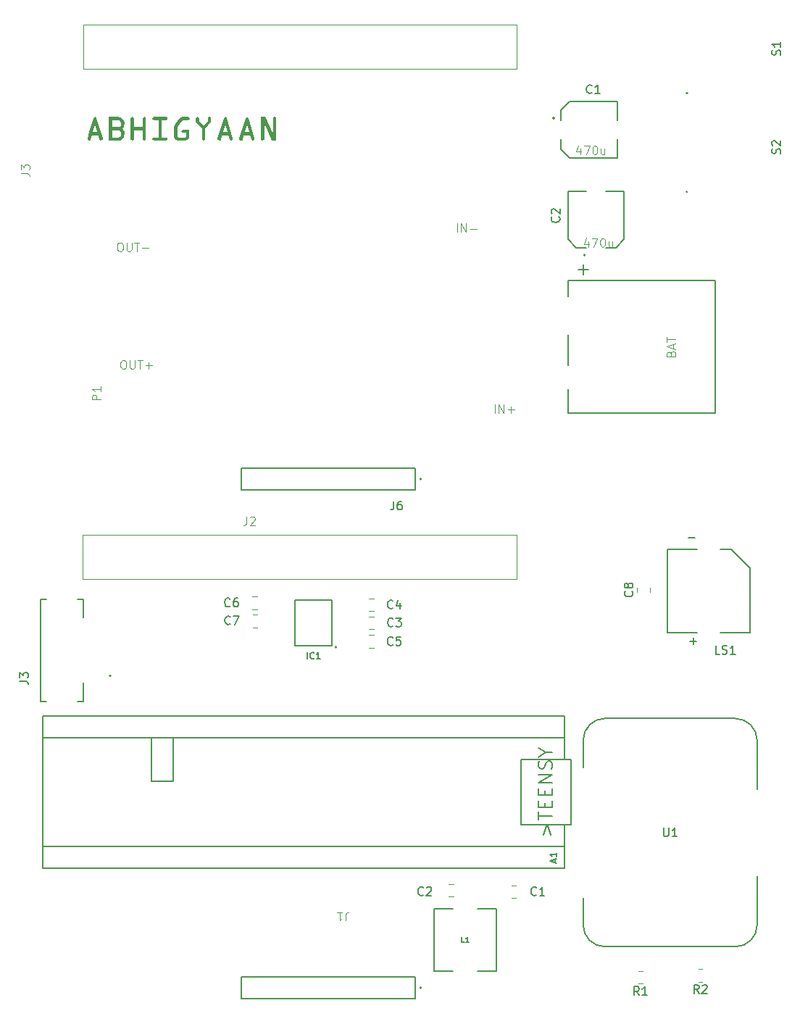
<source format=gbr>
%TF.GenerationSoftware,KiCad,Pcbnew,8.0.8*%
%TF.CreationDate,2026-02-11T18:54:27+05:30*%
%TF.ProjectId,Final_Integration,46696e61-6c5f-4496-9e74-656772617469,rev?*%
%TF.SameCoordinates,Original*%
%TF.FileFunction,Legend,Top*%
%TF.FilePolarity,Positive*%
%FSLAX46Y46*%
G04 Gerber Fmt 4.6, Leading zero omitted, Abs format (unit mm)*
G04 Created by KiCad (PCBNEW 8.0.8) date 2026-02-11 18:54:27*
%MOMM*%
%LPD*%
G01*
G04 APERTURE LIST*
%ADD10C,0.600000*%
%ADD11C,0.100000*%
%ADD12C,0.150000*%
%ADD13C,0.200000*%
%ADD14C,0.127000*%
%ADD15C,0.120000*%
%ADD16C,0.203200*%
G04 APERTURE END LIST*
D10*
G36*
X69173860Y-63449450D02*
G01*
X69217480Y-63529375D01*
X69908443Y-65910743D01*
X69917236Y-65968628D01*
X69860816Y-66107847D01*
X69731123Y-66165000D01*
X69587663Y-66113595D01*
X69534752Y-66019187D01*
X69399930Y-65555369D01*
X68645952Y-65555369D01*
X68498674Y-66050694D01*
X68438590Y-66129829D01*
X68325017Y-66165000D01*
X68185690Y-66109988D01*
X68182135Y-66106381D01*
X68126502Y-65969428D01*
X68126448Y-65964232D01*
X68137438Y-65894623D01*
X68351159Y-65180212D01*
X68764654Y-65180212D01*
X69284891Y-65180212D01*
X69029169Y-64301671D01*
X68764654Y-65180212D01*
X68351159Y-65180212D01*
X68838660Y-63550624D01*
X68923281Y-63427388D01*
X69034298Y-63398217D01*
X69173860Y-63449450D01*
G37*
G36*
X71896274Y-63414561D02*
G01*
X72042269Y-63463595D01*
X72174585Y-63545319D01*
X72242184Y-63604846D01*
X72343839Y-63727798D01*
X72412225Y-63864198D01*
X72447343Y-64014043D01*
X72452477Y-64103101D01*
X72452477Y-64245983D01*
X72438326Y-64394544D01*
X72388577Y-64545472D01*
X72303009Y-64679244D01*
X72226064Y-64758893D01*
X72325119Y-64870955D01*
X72402728Y-65012680D01*
X72444517Y-65170982D01*
X72452477Y-65285725D01*
X72452477Y-65439598D01*
X72435842Y-65600682D01*
X72385939Y-65748435D01*
X72302766Y-65882857D01*
X72242184Y-65951775D01*
X72117467Y-66054848D01*
X71979071Y-66124187D01*
X71826997Y-66159794D01*
X71736601Y-66165000D01*
X70653628Y-66165000D01*
X70653628Y-65789842D01*
X71050767Y-65789842D01*
X71727808Y-65789842D01*
X71870548Y-65754195D01*
X71954221Y-65688726D01*
X72032429Y-65562219D01*
X72050942Y-65446193D01*
X72050942Y-65293785D01*
X72020802Y-65145433D01*
X71955687Y-65048321D01*
X71829398Y-64962669D01*
X71727808Y-64945739D01*
X71050767Y-64945739D01*
X71050767Y-65789842D01*
X70653628Y-65789842D01*
X70653628Y-64570582D01*
X71046371Y-64570582D01*
X71727808Y-64570582D01*
X71871160Y-64537001D01*
X71954954Y-64475327D01*
X72035100Y-64347910D01*
X72050942Y-64245251D01*
X72050942Y-64102369D01*
X72017361Y-63955088D01*
X71955687Y-63870094D01*
X71829398Y-63789336D01*
X71727808Y-63773374D01*
X71046371Y-63773374D01*
X71046371Y-64570582D01*
X70653628Y-64570582D01*
X70653628Y-63398217D01*
X71736601Y-63398217D01*
X71896274Y-63414561D01*
G37*
G36*
X73188869Y-65969361D02*
G01*
X73188869Y-63593855D01*
X73246022Y-63456835D01*
X73385240Y-63398217D01*
X73522993Y-63456102D01*
X73581612Y-63591657D01*
X73581612Y-64570582D01*
X74589846Y-64570582D01*
X74589846Y-63591657D01*
X74646999Y-63456102D01*
X74786217Y-63398217D01*
X74925436Y-63456835D01*
X74983265Y-63592368D01*
X74983321Y-63597519D01*
X74983321Y-65969361D01*
X74923237Y-66107114D01*
X74786217Y-66165000D01*
X74649087Y-66110675D01*
X74645533Y-66107114D01*
X74589900Y-65970849D01*
X74589846Y-65965697D01*
X74589846Y-64945739D01*
X73586008Y-64945739D01*
X73586008Y-65965697D01*
X73530308Y-66101918D01*
X73526657Y-66105648D01*
X73390347Y-66164942D01*
X73385240Y-66165000D01*
X73247487Y-66108579D01*
X73188869Y-65969361D01*
G37*
G36*
X75924877Y-63398217D02*
G01*
X77326587Y-63398217D01*
X77463607Y-63453171D01*
X77522958Y-63583597D01*
X77464340Y-63717686D01*
X77326587Y-63773374D01*
X76826133Y-63773374D01*
X76826133Y-65789842D01*
X77326587Y-65789842D01*
X77465073Y-65844797D01*
X77522958Y-65977421D01*
X77464340Y-66110778D01*
X77326587Y-66165000D01*
X75924877Y-66165000D01*
X75785659Y-66110778D01*
X75728506Y-65977421D01*
X75785659Y-65844797D01*
X75924877Y-65789842D01*
X76432658Y-65789842D01*
X76432658Y-63773374D01*
X75924877Y-63773374D01*
X75785659Y-63718419D01*
X75728506Y-63587993D01*
X75785659Y-63453171D01*
X75924877Y-63398217D01*
G37*
G36*
X79294696Y-63398217D02*
G01*
X79869888Y-63398217D01*
X80008374Y-63452438D01*
X80066259Y-63583597D01*
X80003977Y-63719884D01*
X79869888Y-63773374D01*
X79321807Y-63773374D01*
X79199441Y-63839319D01*
X78712909Y-64461406D01*
X78659189Y-64603211D01*
X78656489Y-64655579D01*
X78656489Y-65632306D01*
X78700453Y-65744413D01*
X78805966Y-65789842D01*
X79510851Y-65789842D01*
X79615631Y-65744413D01*
X79660327Y-65635237D01*
X79660327Y-65274002D01*
X79325471Y-65274002D01*
X79185519Y-65219780D01*
X79129099Y-65086423D01*
X79185519Y-64953799D01*
X79325471Y-64898845D01*
X80053803Y-64898845D01*
X80053803Y-65630840D01*
X80031340Y-65787289D01*
X79963952Y-65925809D01*
X79894068Y-66008196D01*
X79777048Y-66097470D01*
X79631813Y-66152596D01*
X79510851Y-66165000D01*
X78805966Y-66165000D01*
X78658517Y-66146298D01*
X78515239Y-66083237D01*
X78419818Y-66006730D01*
X78328458Y-65889970D01*
X78272044Y-65745611D01*
X78259351Y-65625711D01*
X78259351Y-64673164D01*
X78273304Y-64516171D01*
X78315164Y-64374921D01*
X78393442Y-64237727D01*
X78402233Y-64226200D01*
X78913677Y-63577735D01*
X79027571Y-63476481D01*
X79077076Y-63449508D01*
X79218401Y-63404277D01*
X79294696Y-63398217D01*
G37*
G36*
X81901011Y-64796263D02*
G01*
X81901011Y-65962766D01*
X81845999Y-66102647D01*
X81842393Y-66106381D01*
X81703907Y-66165000D01*
X81565446Y-66109988D01*
X81561758Y-66106381D01*
X81503197Y-65969428D01*
X81503140Y-65964232D01*
X81503140Y-64804323D01*
X80807048Y-63971943D01*
X80807048Y-63598251D01*
X80860684Y-63460478D01*
X80864200Y-63456835D01*
X81003419Y-63398217D01*
X81141148Y-63459417D01*
X81144836Y-63463429D01*
X81203665Y-63600885D01*
X81204187Y-63617302D01*
X81204187Y-63870094D01*
X81700244Y-64463604D01*
X82204361Y-63863499D01*
X82204361Y-63612906D01*
X82255237Y-63470754D01*
X82262247Y-63462697D01*
X82395717Y-63398279D01*
X82400732Y-63398217D01*
X82537020Y-63453171D01*
X82596869Y-63587037D01*
X82597103Y-63598251D01*
X82597103Y-63967547D01*
X81901011Y-64796263D01*
G37*
G36*
X84385305Y-63449450D02*
G01*
X84428925Y-63529375D01*
X85119888Y-65910743D01*
X85128681Y-65968628D01*
X85072260Y-66107847D01*
X84942568Y-66165000D01*
X84799107Y-66113595D01*
X84746196Y-66019187D01*
X84611374Y-65555369D01*
X83857397Y-65555369D01*
X83710118Y-66050694D01*
X83650034Y-66129829D01*
X83536461Y-66165000D01*
X83397135Y-66109988D01*
X83393579Y-66106381D01*
X83337946Y-65969428D01*
X83337892Y-65964232D01*
X83348883Y-65894623D01*
X83562603Y-65180212D01*
X83976099Y-65180212D01*
X84496336Y-65180212D01*
X84240614Y-64301671D01*
X83976099Y-65180212D01*
X83562603Y-65180212D01*
X84050104Y-63550624D01*
X84134726Y-63427388D01*
X84245743Y-63398217D01*
X84385305Y-63449450D01*
G37*
G36*
X86920545Y-63449450D02*
G01*
X86964166Y-63529375D01*
X87655129Y-65910743D01*
X87663921Y-65968628D01*
X87607501Y-66107847D01*
X87477808Y-66165000D01*
X87334348Y-66113595D01*
X87281437Y-66019187D01*
X87146615Y-65555369D01*
X86392637Y-65555369D01*
X86245359Y-66050694D01*
X86185275Y-66129829D01*
X86071702Y-66165000D01*
X85932376Y-66109988D01*
X85928820Y-66106381D01*
X85873187Y-65969428D01*
X85873133Y-65964232D01*
X85884124Y-65894623D01*
X86097844Y-65180212D01*
X86511339Y-65180212D01*
X87031577Y-65180212D01*
X86775854Y-64301671D01*
X86511339Y-65180212D01*
X86097844Y-65180212D01*
X86585345Y-63550624D01*
X86669966Y-63427388D01*
X86780983Y-63398217D01*
X86920545Y-63449450D01*
G37*
G36*
X90199162Y-63597519D02*
G01*
X90199162Y-66165000D01*
X89694312Y-66165000D01*
X88801849Y-64142669D01*
X88801849Y-65970094D01*
X88743963Y-66107847D01*
X88604745Y-66165000D01*
X88465526Y-66107847D01*
X88408374Y-65969361D01*
X88408374Y-63398217D01*
X88906629Y-63398217D01*
X89801290Y-65421280D01*
X89801290Y-63597519D01*
X89856990Y-63461298D01*
X89860642Y-63457568D01*
X89996996Y-63398274D01*
X90002058Y-63398217D01*
X90141277Y-63456835D01*
X90199106Y-63592368D01*
X90199162Y-63597519D01*
G37*
D11*
X72244360Y-91832419D02*
X72434836Y-91832419D01*
X72434836Y-91832419D02*
X72530074Y-91880038D01*
X72530074Y-91880038D02*
X72625312Y-91975276D01*
X72625312Y-91975276D02*
X72672931Y-92165752D01*
X72672931Y-92165752D02*
X72672931Y-92499085D01*
X72672931Y-92499085D02*
X72625312Y-92689561D01*
X72625312Y-92689561D02*
X72530074Y-92784800D01*
X72530074Y-92784800D02*
X72434836Y-92832419D01*
X72434836Y-92832419D02*
X72244360Y-92832419D01*
X72244360Y-92832419D02*
X72149122Y-92784800D01*
X72149122Y-92784800D02*
X72053884Y-92689561D01*
X72053884Y-92689561D02*
X72006265Y-92499085D01*
X72006265Y-92499085D02*
X72006265Y-92165752D01*
X72006265Y-92165752D02*
X72053884Y-91975276D01*
X72053884Y-91975276D02*
X72149122Y-91880038D01*
X72149122Y-91880038D02*
X72244360Y-91832419D01*
X73101503Y-91832419D02*
X73101503Y-92641942D01*
X73101503Y-92641942D02*
X73149122Y-92737180D01*
X73149122Y-92737180D02*
X73196741Y-92784800D01*
X73196741Y-92784800D02*
X73291979Y-92832419D01*
X73291979Y-92832419D02*
X73482455Y-92832419D01*
X73482455Y-92832419D02*
X73577693Y-92784800D01*
X73577693Y-92784800D02*
X73625312Y-92737180D01*
X73625312Y-92737180D02*
X73672931Y-92641942D01*
X73672931Y-92641942D02*
X73672931Y-91832419D01*
X74006265Y-91832419D02*
X74577693Y-91832419D01*
X74291979Y-92832419D02*
X74291979Y-91832419D01*
X74911027Y-92451466D02*
X75672932Y-92451466D01*
X75291979Y-92832419D02*
X75291979Y-92070514D01*
X126632455Y-77905752D02*
X126632455Y-78572419D01*
X126394360Y-77524800D02*
X126156265Y-78239085D01*
X126156265Y-78239085D02*
X126775312Y-78239085D01*
X127061027Y-77572419D02*
X127727693Y-77572419D01*
X127727693Y-77572419D02*
X127299122Y-78572419D01*
X128299122Y-77572419D02*
X128394360Y-77572419D01*
X128394360Y-77572419D02*
X128489598Y-77620038D01*
X128489598Y-77620038D02*
X128537217Y-77667657D01*
X128537217Y-77667657D02*
X128584836Y-77762895D01*
X128584836Y-77762895D02*
X128632455Y-77953371D01*
X128632455Y-77953371D02*
X128632455Y-78191466D01*
X128632455Y-78191466D02*
X128584836Y-78381942D01*
X128584836Y-78381942D02*
X128537217Y-78477180D01*
X128537217Y-78477180D02*
X128489598Y-78524800D01*
X128489598Y-78524800D02*
X128394360Y-78572419D01*
X128394360Y-78572419D02*
X128299122Y-78572419D01*
X128299122Y-78572419D02*
X128203884Y-78524800D01*
X128203884Y-78524800D02*
X128156265Y-78477180D01*
X128156265Y-78477180D02*
X128108646Y-78381942D01*
X128108646Y-78381942D02*
X128061027Y-78191466D01*
X128061027Y-78191466D02*
X128061027Y-77953371D01*
X128061027Y-77953371D02*
X128108646Y-77762895D01*
X128108646Y-77762895D02*
X128156265Y-77667657D01*
X128156265Y-77667657D02*
X128203884Y-77620038D01*
X128203884Y-77620038D02*
X128299122Y-77572419D01*
X129489598Y-77905752D02*
X129489598Y-78572419D01*
X129061027Y-77905752D02*
X129061027Y-78429561D01*
X129061027Y-78429561D02*
X129108646Y-78524800D01*
X129108646Y-78524800D02*
X129203884Y-78572419D01*
X129203884Y-78572419D02*
X129346741Y-78572419D01*
X129346741Y-78572419D02*
X129441979Y-78524800D01*
X129441979Y-78524800D02*
X129489598Y-78477180D01*
X136318609Y-91052782D02*
X136366228Y-90909925D01*
X136366228Y-90909925D02*
X136413847Y-90862306D01*
X136413847Y-90862306D02*
X136509085Y-90814687D01*
X136509085Y-90814687D02*
X136651942Y-90814687D01*
X136651942Y-90814687D02*
X136747180Y-90862306D01*
X136747180Y-90862306D02*
X136794800Y-90909925D01*
X136794800Y-90909925D02*
X136842419Y-91005163D01*
X136842419Y-91005163D02*
X136842419Y-91386115D01*
X136842419Y-91386115D02*
X135842419Y-91386115D01*
X135842419Y-91386115D02*
X135842419Y-91052782D01*
X135842419Y-91052782D02*
X135890038Y-90957544D01*
X135890038Y-90957544D02*
X135937657Y-90909925D01*
X135937657Y-90909925D02*
X136032895Y-90862306D01*
X136032895Y-90862306D02*
X136128133Y-90862306D01*
X136128133Y-90862306D02*
X136223371Y-90909925D01*
X136223371Y-90909925D02*
X136270990Y-90957544D01*
X136270990Y-90957544D02*
X136318609Y-91052782D01*
X136318609Y-91052782D02*
X136318609Y-91386115D01*
X136556704Y-90433734D02*
X136556704Y-89957544D01*
X136842419Y-90528972D02*
X135842419Y-90195639D01*
X135842419Y-90195639D02*
X136842419Y-89862306D01*
X135842419Y-89671829D02*
X135842419Y-89100401D01*
X136842419Y-89386115D02*
X135842419Y-89386115D01*
X111333884Y-76842419D02*
X111333884Y-75842419D01*
X111810074Y-76842419D02*
X111810074Y-75842419D01*
X111810074Y-75842419D02*
X112381502Y-76842419D01*
X112381502Y-76842419D02*
X112381502Y-75842419D01*
X112857693Y-76461466D02*
X113619598Y-76461466D01*
X71864360Y-78082419D02*
X72054836Y-78082419D01*
X72054836Y-78082419D02*
X72150074Y-78130038D01*
X72150074Y-78130038D02*
X72245312Y-78225276D01*
X72245312Y-78225276D02*
X72292931Y-78415752D01*
X72292931Y-78415752D02*
X72292931Y-78749085D01*
X72292931Y-78749085D02*
X72245312Y-78939561D01*
X72245312Y-78939561D02*
X72150074Y-79034800D01*
X72150074Y-79034800D02*
X72054836Y-79082419D01*
X72054836Y-79082419D02*
X71864360Y-79082419D01*
X71864360Y-79082419D02*
X71769122Y-79034800D01*
X71769122Y-79034800D02*
X71673884Y-78939561D01*
X71673884Y-78939561D02*
X71626265Y-78749085D01*
X71626265Y-78749085D02*
X71626265Y-78415752D01*
X71626265Y-78415752D02*
X71673884Y-78225276D01*
X71673884Y-78225276D02*
X71769122Y-78130038D01*
X71769122Y-78130038D02*
X71864360Y-78082419D01*
X72721503Y-78082419D02*
X72721503Y-78891942D01*
X72721503Y-78891942D02*
X72769122Y-78987180D01*
X72769122Y-78987180D02*
X72816741Y-79034800D01*
X72816741Y-79034800D02*
X72911979Y-79082419D01*
X72911979Y-79082419D02*
X73102455Y-79082419D01*
X73102455Y-79082419D02*
X73197693Y-79034800D01*
X73197693Y-79034800D02*
X73245312Y-78987180D01*
X73245312Y-78987180D02*
X73292931Y-78891942D01*
X73292931Y-78891942D02*
X73292931Y-78082419D01*
X73626265Y-78082419D02*
X74197693Y-78082419D01*
X73911979Y-79082419D02*
X73911979Y-78082419D01*
X74531027Y-78701466D02*
X75292932Y-78701466D01*
X125712455Y-67105752D02*
X125712455Y-67772419D01*
X125474360Y-66724800D02*
X125236265Y-67439085D01*
X125236265Y-67439085D02*
X125855312Y-67439085D01*
X126141027Y-66772419D02*
X126807693Y-66772419D01*
X126807693Y-66772419D02*
X126379122Y-67772419D01*
X127379122Y-66772419D02*
X127474360Y-66772419D01*
X127474360Y-66772419D02*
X127569598Y-66820038D01*
X127569598Y-66820038D02*
X127617217Y-66867657D01*
X127617217Y-66867657D02*
X127664836Y-66962895D01*
X127664836Y-66962895D02*
X127712455Y-67153371D01*
X127712455Y-67153371D02*
X127712455Y-67391466D01*
X127712455Y-67391466D02*
X127664836Y-67581942D01*
X127664836Y-67581942D02*
X127617217Y-67677180D01*
X127617217Y-67677180D02*
X127569598Y-67724800D01*
X127569598Y-67724800D02*
X127474360Y-67772419D01*
X127474360Y-67772419D02*
X127379122Y-67772419D01*
X127379122Y-67772419D02*
X127283884Y-67724800D01*
X127283884Y-67724800D02*
X127236265Y-67677180D01*
X127236265Y-67677180D02*
X127188646Y-67581942D01*
X127188646Y-67581942D02*
X127141027Y-67391466D01*
X127141027Y-67391466D02*
X127141027Y-67153371D01*
X127141027Y-67153371D02*
X127188646Y-66962895D01*
X127188646Y-66962895D02*
X127236265Y-66867657D01*
X127236265Y-66867657D02*
X127283884Y-66820038D01*
X127283884Y-66820038D02*
X127379122Y-66772419D01*
X128569598Y-67105752D02*
X128569598Y-67772419D01*
X128141027Y-67105752D02*
X128141027Y-67629561D01*
X128141027Y-67629561D02*
X128188646Y-67724800D01*
X128188646Y-67724800D02*
X128283884Y-67772419D01*
X128283884Y-67772419D02*
X128426741Y-67772419D01*
X128426741Y-67772419D02*
X128521979Y-67724800D01*
X128521979Y-67724800D02*
X128569598Y-67677180D01*
X115733884Y-97982419D02*
X115733884Y-96982419D01*
X116210074Y-97982419D02*
X116210074Y-96982419D01*
X116210074Y-96982419D02*
X116781502Y-97982419D01*
X116781502Y-97982419D02*
X116781502Y-96982419D01*
X117257693Y-97601466D02*
X118019598Y-97601466D01*
X117638645Y-97982419D02*
X117638645Y-97220514D01*
X98308333Y-157297580D02*
X98308333Y-156583295D01*
X98308333Y-156583295D02*
X98355952Y-156440438D01*
X98355952Y-156440438D02*
X98451190Y-156345200D01*
X98451190Y-156345200D02*
X98594047Y-156297580D01*
X98594047Y-156297580D02*
X98689285Y-156297580D01*
X97308333Y-156297580D02*
X97879761Y-156297580D01*
X97594047Y-156297580D02*
X97594047Y-157297580D01*
X97594047Y-157297580D02*
X97689285Y-157154723D01*
X97689285Y-157154723D02*
X97784523Y-157059485D01*
X97784523Y-157059485D02*
X97879761Y-157011866D01*
X86721666Y-110092419D02*
X86721666Y-110806704D01*
X86721666Y-110806704D02*
X86674047Y-110949561D01*
X86674047Y-110949561D02*
X86578809Y-111044800D01*
X86578809Y-111044800D02*
X86435952Y-111092419D01*
X86435952Y-111092419D02*
X86340714Y-111092419D01*
X87150238Y-110187657D02*
X87197857Y-110140038D01*
X87197857Y-110140038D02*
X87293095Y-110092419D01*
X87293095Y-110092419D02*
X87531190Y-110092419D01*
X87531190Y-110092419D02*
X87626428Y-110140038D01*
X87626428Y-110140038D02*
X87674047Y-110187657D01*
X87674047Y-110187657D02*
X87721666Y-110282895D01*
X87721666Y-110282895D02*
X87721666Y-110378133D01*
X87721666Y-110378133D02*
X87674047Y-110520990D01*
X87674047Y-110520990D02*
X87102619Y-111092419D01*
X87102619Y-111092419D02*
X87721666Y-111092419D01*
D12*
X122740245Y-150487429D02*
X122740245Y-150112476D01*
X122965217Y-150562420D02*
X122177815Y-150299953D01*
X122177815Y-150299953D02*
X122965217Y-150037485D01*
X122965217Y-149362569D02*
X122965217Y-149812513D01*
X122965217Y-149587541D02*
X122177815Y-149587541D01*
X122177815Y-149587541D02*
X122290301Y-149662532D01*
X122290301Y-149662532D02*
X122365292Y-149737523D01*
X122365292Y-149737523D02*
X122402787Y-149812513D01*
X121385473Y-147257380D02*
X121842616Y-146038333D01*
X121842616Y-146038333D02*
X122299759Y-147257380D01*
X120852140Y-145505000D02*
X120852140Y-144590714D01*
X122452140Y-145047857D02*
X120852140Y-145047857D01*
X121614045Y-144057380D02*
X121614045Y-143524047D01*
X122452140Y-143295475D02*
X122452140Y-144057380D01*
X122452140Y-144057380D02*
X120852140Y-144057380D01*
X120852140Y-144057380D02*
X120852140Y-143295475D01*
X121614045Y-142609761D02*
X121614045Y-142076428D01*
X122452140Y-141847856D02*
X122452140Y-142609761D01*
X122452140Y-142609761D02*
X120852140Y-142609761D01*
X120852140Y-142609761D02*
X120852140Y-141847856D01*
X122452140Y-141162142D02*
X120852140Y-141162142D01*
X120852140Y-141162142D02*
X122452140Y-140247856D01*
X122452140Y-140247856D02*
X120852140Y-140247856D01*
X122375950Y-139562143D02*
X122452140Y-139333571D01*
X122452140Y-139333571D02*
X122452140Y-138952619D01*
X122452140Y-138952619D02*
X122375950Y-138800238D01*
X122375950Y-138800238D02*
X122299759Y-138724047D01*
X122299759Y-138724047D02*
X122147378Y-138647857D01*
X122147378Y-138647857D02*
X121994997Y-138647857D01*
X121994997Y-138647857D02*
X121842616Y-138724047D01*
X121842616Y-138724047D02*
X121766426Y-138800238D01*
X121766426Y-138800238D02*
X121690235Y-138952619D01*
X121690235Y-138952619D02*
X121614045Y-139257381D01*
X121614045Y-139257381D02*
X121537854Y-139409762D01*
X121537854Y-139409762D02*
X121461664Y-139485952D01*
X121461664Y-139485952D02*
X121309283Y-139562143D01*
X121309283Y-139562143D02*
X121156902Y-139562143D01*
X121156902Y-139562143D02*
X121004521Y-139485952D01*
X121004521Y-139485952D02*
X120928330Y-139409762D01*
X120928330Y-139409762D02*
X120852140Y-139257381D01*
X120852140Y-139257381D02*
X120852140Y-138876428D01*
X120852140Y-138876428D02*
X120928330Y-138647857D01*
X121690235Y-137657380D02*
X122452140Y-137657380D01*
X120852140Y-138190714D02*
X121690235Y-137657380D01*
X121690235Y-137657380D02*
X120852140Y-137124047D01*
X103823333Y-120759580D02*
X103775714Y-120807200D01*
X103775714Y-120807200D02*
X103632857Y-120854819D01*
X103632857Y-120854819D02*
X103537619Y-120854819D01*
X103537619Y-120854819D02*
X103394762Y-120807200D01*
X103394762Y-120807200D02*
X103299524Y-120711961D01*
X103299524Y-120711961D02*
X103251905Y-120616723D01*
X103251905Y-120616723D02*
X103204286Y-120426247D01*
X103204286Y-120426247D02*
X103204286Y-120283390D01*
X103204286Y-120283390D02*
X103251905Y-120092914D01*
X103251905Y-120092914D02*
X103299524Y-119997676D01*
X103299524Y-119997676D02*
X103394762Y-119902438D01*
X103394762Y-119902438D02*
X103537619Y-119854819D01*
X103537619Y-119854819D02*
X103632857Y-119854819D01*
X103632857Y-119854819D02*
X103775714Y-119902438D01*
X103775714Y-119902438D02*
X103823333Y-119950057D01*
X104680476Y-120188152D02*
X104680476Y-120854819D01*
X104442381Y-119807200D02*
X104204286Y-120521485D01*
X104204286Y-120521485D02*
X104823333Y-120521485D01*
X103853333Y-122849580D02*
X103805714Y-122897200D01*
X103805714Y-122897200D02*
X103662857Y-122944819D01*
X103662857Y-122944819D02*
X103567619Y-122944819D01*
X103567619Y-122944819D02*
X103424762Y-122897200D01*
X103424762Y-122897200D02*
X103329524Y-122801961D01*
X103329524Y-122801961D02*
X103281905Y-122706723D01*
X103281905Y-122706723D02*
X103234286Y-122516247D01*
X103234286Y-122516247D02*
X103234286Y-122373390D01*
X103234286Y-122373390D02*
X103281905Y-122182914D01*
X103281905Y-122182914D02*
X103329524Y-122087676D01*
X103329524Y-122087676D02*
X103424762Y-121992438D01*
X103424762Y-121992438D02*
X103567619Y-121944819D01*
X103567619Y-121944819D02*
X103662857Y-121944819D01*
X103662857Y-121944819D02*
X103805714Y-121992438D01*
X103805714Y-121992438D02*
X103853333Y-122040057D01*
X104186667Y-121944819D02*
X104805714Y-121944819D01*
X104805714Y-121944819D02*
X104472381Y-122325771D01*
X104472381Y-122325771D02*
X104615238Y-122325771D01*
X104615238Y-122325771D02*
X104710476Y-122373390D01*
X104710476Y-122373390D02*
X104758095Y-122421009D01*
X104758095Y-122421009D02*
X104805714Y-122516247D01*
X104805714Y-122516247D02*
X104805714Y-122754342D01*
X104805714Y-122754342D02*
X104758095Y-122849580D01*
X104758095Y-122849580D02*
X104710476Y-122897200D01*
X104710476Y-122897200D02*
X104615238Y-122944819D01*
X104615238Y-122944819D02*
X104329524Y-122944819D01*
X104329524Y-122944819D02*
X104234286Y-122897200D01*
X104234286Y-122897200D02*
X104186667Y-122849580D01*
X112193333Y-159813276D02*
X111888571Y-159813276D01*
X111888571Y-159813276D02*
X111888571Y-159173276D01*
X112741905Y-159813276D02*
X112376190Y-159813276D01*
X112559047Y-159813276D02*
X112559047Y-159173276D01*
X112559047Y-159173276D02*
X112498095Y-159264704D01*
X112498095Y-159264704D02*
X112437143Y-159325657D01*
X112437143Y-159325657D02*
X112376190Y-159356133D01*
X120588333Y-154264580D02*
X120540714Y-154312200D01*
X120540714Y-154312200D02*
X120397857Y-154359819D01*
X120397857Y-154359819D02*
X120302619Y-154359819D01*
X120302619Y-154359819D02*
X120159762Y-154312200D01*
X120159762Y-154312200D02*
X120064524Y-154216961D01*
X120064524Y-154216961D02*
X120016905Y-154121723D01*
X120016905Y-154121723D02*
X119969286Y-153931247D01*
X119969286Y-153931247D02*
X119969286Y-153788390D01*
X119969286Y-153788390D02*
X120016905Y-153597914D01*
X120016905Y-153597914D02*
X120064524Y-153502676D01*
X120064524Y-153502676D02*
X120159762Y-153407438D01*
X120159762Y-153407438D02*
X120302619Y-153359819D01*
X120302619Y-153359819D02*
X120397857Y-153359819D01*
X120397857Y-153359819D02*
X120540714Y-153407438D01*
X120540714Y-153407438D02*
X120588333Y-153455057D01*
X121540714Y-154359819D02*
X120969286Y-154359819D01*
X121255000Y-154359819D02*
X121255000Y-153359819D01*
X121255000Y-153359819D02*
X121159762Y-153502676D01*
X121159762Y-153502676D02*
X121064524Y-153597914D01*
X121064524Y-153597914D02*
X120969286Y-153645533D01*
X132588333Y-166009819D02*
X132255000Y-165533628D01*
X132016905Y-166009819D02*
X132016905Y-165009819D01*
X132016905Y-165009819D02*
X132397857Y-165009819D01*
X132397857Y-165009819D02*
X132493095Y-165057438D01*
X132493095Y-165057438D02*
X132540714Y-165105057D01*
X132540714Y-165105057D02*
X132588333Y-165200295D01*
X132588333Y-165200295D02*
X132588333Y-165343152D01*
X132588333Y-165343152D02*
X132540714Y-165438390D01*
X132540714Y-165438390D02*
X132493095Y-165486009D01*
X132493095Y-165486009D02*
X132397857Y-165533628D01*
X132397857Y-165533628D02*
X132016905Y-165533628D01*
X133540714Y-166009819D02*
X132969286Y-166009819D01*
X133255000Y-166009819D02*
X133255000Y-165009819D01*
X133255000Y-165009819D02*
X133159762Y-165152676D01*
X133159762Y-165152676D02*
X133064524Y-165247914D01*
X133064524Y-165247914D02*
X132969286Y-165295533D01*
X103823333Y-125049580D02*
X103775714Y-125097200D01*
X103775714Y-125097200D02*
X103632857Y-125144819D01*
X103632857Y-125144819D02*
X103537619Y-125144819D01*
X103537619Y-125144819D02*
X103394762Y-125097200D01*
X103394762Y-125097200D02*
X103299524Y-125001961D01*
X103299524Y-125001961D02*
X103251905Y-124906723D01*
X103251905Y-124906723D02*
X103204286Y-124716247D01*
X103204286Y-124716247D02*
X103204286Y-124573390D01*
X103204286Y-124573390D02*
X103251905Y-124382914D01*
X103251905Y-124382914D02*
X103299524Y-124287676D01*
X103299524Y-124287676D02*
X103394762Y-124192438D01*
X103394762Y-124192438D02*
X103537619Y-124144819D01*
X103537619Y-124144819D02*
X103632857Y-124144819D01*
X103632857Y-124144819D02*
X103775714Y-124192438D01*
X103775714Y-124192438D02*
X103823333Y-124240057D01*
X104728095Y-124144819D02*
X104251905Y-124144819D01*
X104251905Y-124144819D02*
X104204286Y-124621009D01*
X104204286Y-124621009D02*
X104251905Y-124573390D01*
X104251905Y-124573390D02*
X104347143Y-124525771D01*
X104347143Y-124525771D02*
X104585238Y-124525771D01*
X104585238Y-124525771D02*
X104680476Y-124573390D01*
X104680476Y-124573390D02*
X104728095Y-124621009D01*
X104728095Y-124621009D02*
X104775714Y-124716247D01*
X104775714Y-124716247D02*
X104775714Y-124954342D01*
X104775714Y-124954342D02*
X104728095Y-125049580D01*
X104728095Y-125049580D02*
X104680476Y-125097200D01*
X104680476Y-125097200D02*
X104585238Y-125144819D01*
X104585238Y-125144819D02*
X104347143Y-125144819D01*
X104347143Y-125144819D02*
X104251905Y-125097200D01*
X104251905Y-125097200D02*
X104204286Y-125049580D01*
X135463095Y-146464819D02*
X135463095Y-147274342D01*
X135463095Y-147274342D02*
X135510714Y-147369580D01*
X135510714Y-147369580D02*
X135558333Y-147417200D01*
X135558333Y-147417200D02*
X135653571Y-147464819D01*
X135653571Y-147464819D02*
X135844047Y-147464819D01*
X135844047Y-147464819D02*
X135939285Y-147417200D01*
X135939285Y-147417200D02*
X135986904Y-147369580D01*
X135986904Y-147369580D02*
X136034523Y-147274342D01*
X136034523Y-147274342D02*
X136034523Y-146464819D01*
X137034523Y-147464819D02*
X136463095Y-147464819D01*
X136748809Y-147464819D02*
X136748809Y-146464819D01*
X136748809Y-146464819D02*
X136653571Y-146607676D01*
X136653571Y-146607676D02*
X136558333Y-146702914D01*
X136558333Y-146702914D02*
X136463095Y-146750533D01*
X93834779Y-126703253D02*
X93834779Y-125955222D01*
X94618430Y-126632012D02*
X94582810Y-126667633D01*
X94582810Y-126667633D02*
X94475948Y-126703253D01*
X94475948Y-126703253D02*
X94404707Y-126703253D01*
X94404707Y-126703253D02*
X94297846Y-126667633D01*
X94297846Y-126667633D02*
X94226605Y-126596391D01*
X94226605Y-126596391D02*
X94190984Y-126525150D01*
X94190984Y-126525150D02*
X94155364Y-126382668D01*
X94155364Y-126382668D02*
X94155364Y-126275807D01*
X94155364Y-126275807D02*
X94190984Y-126133325D01*
X94190984Y-126133325D02*
X94226605Y-126062084D01*
X94226605Y-126062084D02*
X94297846Y-125990843D01*
X94297846Y-125990843D02*
X94404707Y-125955222D01*
X94404707Y-125955222D02*
X94475948Y-125955222D01*
X94475948Y-125955222D02*
X94582810Y-125990843D01*
X94582810Y-125990843D02*
X94618430Y-126026463D01*
X95330841Y-126703253D02*
X94903395Y-126703253D01*
X95117118Y-126703253D02*
X95117118Y-125955222D01*
X95117118Y-125955222D02*
X95045877Y-126062084D01*
X95045877Y-126062084D02*
X94974636Y-126133325D01*
X94974636Y-126133325D02*
X94903395Y-126168945D01*
X84803333Y-120529580D02*
X84755714Y-120577200D01*
X84755714Y-120577200D02*
X84612857Y-120624819D01*
X84612857Y-120624819D02*
X84517619Y-120624819D01*
X84517619Y-120624819D02*
X84374762Y-120577200D01*
X84374762Y-120577200D02*
X84279524Y-120481961D01*
X84279524Y-120481961D02*
X84231905Y-120386723D01*
X84231905Y-120386723D02*
X84184286Y-120196247D01*
X84184286Y-120196247D02*
X84184286Y-120053390D01*
X84184286Y-120053390D02*
X84231905Y-119862914D01*
X84231905Y-119862914D02*
X84279524Y-119767676D01*
X84279524Y-119767676D02*
X84374762Y-119672438D01*
X84374762Y-119672438D02*
X84517619Y-119624819D01*
X84517619Y-119624819D02*
X84612857Y-119624819D01*
X84612857Y-119624819D02*
X84755714Y-119672438D01*
X84755714Y-119672438D02*
X84803333Y-119720057D01*
X85660476Y-119624819D02*
X85470000Y-119624819D01*
X85470000Y-119624819D02*
X85374762Y-119672438D01*
X85374762Y-119672438D02*
X85327143Y-119720057D01*
X85327143Y-119720057D02*
X85231905Y-119862914D01*
X85231905Y-119862914D02*
X85184286Y-120053390D01*
X85184286Y-120053390D02*
X85184286Y-120434342D01*
X85184286Y-120434342D02*
X85231905Y-120529580D01*
X85231905Y-120529580D02*
X85279524Y-120577200D01*
X85279524Y-120577200D02*
X85374762Y-120624819D01*
X85374762Y-120624819D02*
X85565238Y-120624819D01*
X85565238Y-120624819D02*
X85660476Y-120577200D01*
X85660476Y-120577200D02*
X85708095Y-120529580D01*
X85708095Y-120529580D02*
X85755714Y-120434342D01*
X85755714Y-120434342D02*
X85755714Y-120196247D01*
X85755714Y-120196247D02*
X85708095Y-120101009D01*
X85708095Y-120101009D02*
X85660476Y-120053390D01*
X85660476Y-120053390D02*
X85565238Y-120005771D01*
X85565238Y-120005771D02*
X85374762Y-120005771D01*
X85374762Y-120005771D02*
X85279524Y-120053390D01*
X85279524Y-120053390D02*
X85231905Y-120101009D01*
X85231905Y-120101009D02*
X85184286Y-120196247D01*
X139588333Y-165809819D02*
X139255000Y-165333628D01*
X139016905Y-165809819D02*
X139016905Y-164809819D01*
X139016905Y-164809819D02*
X139397857Y-164809819D01*
X139397857Y-164809819D02*
X139493095Y-164857438D01*
X139493095Y-164857438D02*
X139540714Y-164905057D01*
X139540714Y-164905057D02*
X139588333Y-165000295D01*
X139588333Y-165000295D02*
X139588333Y-165143152D01*
X139588333Y-165143152D02*
X139540714Y-165238390D01*
X139540714Y-165238390D02*
X139493095Y-165286009D01*
X139493095Y-165286009D02*
X139397857Y-165333628D01*
X139397857Y-165333628D02*
X139016905Y-165333628D01*
X139969286Y-164905057D02*
X140016905Y-164857438D01*
X140016905Y-164857438D02*
X140112143Y-164809819D01*
X140112143Y-164809819D02*
X140350238Y-164809819D01*
X140350238Y-164809819D02*
X140445476Y-164857438D01*
X140445476Y-164857438D02*
X140493095Y-164905057D01*
X140493095Y-164905057D02*
X140540714Y-165000295D01*
X140540714Y-165000295D02*
X140540714Y-165095533D01*
X140540714Y-165095533D02*
X140493095Y-165238390D01*
X140493095Y-165238390D02*
X139921667Y-165809819D01*
X139921667Y-165809819D02*
X140540714Y-165809819D01*
X142017142Y-126154819D02*
X141540952Y-126154819D01*
X141540952Y-126154819D02*
X141540952Y-125154819D01*
X142302857Y-126107200D02*
X142445714Y-126154819D01*
X142445714Y-126154819D02*
X142683809Y-126154819D01*
X142683809Y-126154819D02*
X142779047Y-126107200D01*
X142779047Y-126107200D02*
X142826666Y-126059580D01*
X142826666Y-126059580D02*
X142874285Y-125964342D01*
X142874285Y-125964342D02*
X142874285Y-125869104D01*
X142874285Y-125869104D02*
X142826666Y-125773866D01*
X142826666Y-125773866D02*
X142779047Y-125726247D01*
X142779047Y-125726247D02*
X142683809Y-125678628D01*
X142683809Y-125678628D02*
X142493333Y-125631009D01*
X142493333Y-125631009D02*
X142398095Y-125583390D01*
X142398095Y-125583390D02*
X142350476Y-125535771D01*
X142350476Y-125535771D02*
X142302857Y-125440533D01*
X142302857Y-125440533D02*
X142302857Y-125345295D01*
X142302857Y-125345295D02*
X142350476Y-125250057D01*
X142350476Y-125250057D02*
X142398095Y-125202438D01*
X142398095Y-125202438D02*
X142493333Y-125154819D01*
X142493333Y-125154819D02*
X142731428Y-125154819D01*
X142731428Y-125154819D02*
X142874285Y-125202438D01*
X143826666Y-126154819D02*
X143255238Y-126154819D01*
X143540952Y-126154819D02*
X143540952Y-125154819D01*
X143540952Y-125154819D02*
X143445714Y-125297676D01*
X143445714Y-125297676D02*
X143350476Y-125392914D01*
X143350476Y-125392914D02*
X143255238Y-125440533D01*
X138354048Y-112538866D02*
X139115953Y-112538866D01*
X138554048Y-124638866D02*
X139315953Y-124638866D01*
X138935000Y-125019819D02*
X138935000Y-124257914D01*
X60224819Y-129313333D02*
X60939104Y-129313333D01*
X60939104Y-129313333D02*
X61081961Y-129360952D01*
X61081961Y-129360952D02*
X61177200Y-129456190D01*
X61177200Y-129456190D02*
X61224819Y-129599047D01*
X61224819Y-129599047D02*
X61224819Y-129694285D01*
X60224819Y-128932380D02*
X60224819Y-128313333D01*
X60224819Y-128313333D02*
X60605771Y-128646666D01*
X60605771Y-128646666D02*
X60605771Y-128503809D01*
X60605771Y-128503809D02*
X60653390Y-128408571D01*
X60653390Y-128408571D02*
X60701009Y-128360952D01*
X60701009Y-128360952D02*
X60796247Y-128313333D01*
X60796247Y-128313333D02*
X61034342Y-128313333D01*
X61034342Y-128313333D02*
X61129580Y-128360952D01*
X61129580Y-128360952D02*
X61177200Y-128408571D01*
X61177200Y-128408571D02*
X61224819Y-128503809D01*
X61224819Y-128503809D02*
X61224819Y-128789523D01*
X61224819Y-128789523D02*
X61177200Y-128884761D01*
X61177200Y-128884761D02*
X61129580Y-128932380D01*
X84823333Y-122629580D02*
X84775714Y-122677200D01*
X84775714Y-122677200D02*
X84632857Y-122724819D01*
X84632857Y-122724819D02*
X84537619Y-122724819D01*
X84537619Y-122724819D02*
X84394762Y-122677200D01*
X84394762Y-122677200D02*
X84299524Y-122581961D01*
X84299524Y-122581961D02*
X84251905Y-122486723D01*
X84251905Y-122486723D02*
X84204286Y-122296247D01*
X84204286Y-122296247D02*
X84204286Y-122153390D01*
X84204286Y-122153390D02*
X84251905Y-121962914D01*
X84251905Y-121962914D02*
X84299524Y-121867676D01*
X84299524Y-121867676D02*
X84394762Y-121772438D01*
X84394762Y-121772438D02*
X84537619Y-121724819D01*
X84537619Y-121724819D02*
X84632857Y-121724819D01*
X84632857Y-121724819D02*
X84775714Y-121772438D01*
X84775714Y-121772438D02*
X84823333Y-121820057D01*
X85156667Y-121724819D02*
X85823333Y-121724819D01*
X85823333Y-121724819D02*
X85394762Y-122724819D01*
X131774580Y-118821666D02*
X131822200Y-118869285D01*
X131822200Y-118869285D02*
X131869819Y-119012142D01*
X131869819Y-119012142D02*
X131869819Y-119107380D01*
X131869819Y-119107380D02*
X131822200Y-119250237D01*
X131822200Y-119250237D02*
X131726961Y-119345475D01*
X131726961Y-119345475D02*
X131631723Y-119393094D01*
X131631723Y-119393094D02*
X131441247Y-119440713D01*
X131441247Y-119440713D02*
X131298390Y-119440713D01*
X131298390Y-119440713D02*
X131107914Y-119393094D01*
X131107914Y-119393094D02*
X131012676Y-119345475D01*
X131012676Y-119345475D02*
X130917438Y-119250237D01*
X130917438Y-119250237D02*
X130869819Y-119107380D01*
X130869819Y-119107380D02*
X130869819Y-119012142D01*
X130869819Y-119012142D02*
X130917438Y-118869285D01*
X130917438Y-118869285D02*
X130965057Y-118821666D01*
X131298390Y-118250237D02*
X131250771Y-118345475D01*
X131250771Y-118345475D02*
X131203152Y-118393094D01*
X131203152Y-118393094D02*
X131107914Y-118440713D01*
X131107914Y-118440713D02*
X131060295Y-118440713D01*
X131060295Y-118440713D02*
X130965057Y-118393094D01*
X130965057Y-118393094D02*
X130917438Y-118345475D01*
X130917438Y-118345475D02*
X130869819Y-118250237D01*
X130869819Y-118250237D02*
X130869819Y-118059761D01*
X130869819Y-118059761D02*
X130917438Y-117964523D01*
X130917438Y-117964523D02*
X130965057Y-117916904D01*
X130965057Y-117916904D02*
X131060295Y-117869285D01*
X131060295Y-117869285D02*
X131107914Y-117869285D01*
X131107914Y-117869285D02*
X131203152Y-117916904D01*
X131203152Y-117916904D02*
X131250771Y-117964523D01*
X131250771Y-117964523D02*
X131298390Y-118059761D01*
X131298390Y-118059761D02*
X131298390Y-118250237D01*
X131298390Y-118250237D02*
X131346009Y-118345475D01*
X131346009Y-118345475D02*
X131393628Y-118393094D01*
X131393628Y-118393094D02*
X131488866Y-118440713D01*
X131488866Y-118440713D02*
X131679342Y-118440713D01*
X131679342Y-118440713D02*
X131774580Y-118393094D01*
X131774580Y-118393094D02*
X131822200Y-118345475D01*
X131822200Y-118345475D02*
X131869819Y-118250237D01*
X131869819Y-118250237D02*
X131869819Y-118059761D01*
X131869819Y-118059761D02*
X131822200Y-117964523D01*
X131822200Y-117964523D02*
X131774580Y-117916904D01*
X131774580Y-117916904D02*
X131679342Y-117869285D01*
X131679342Y-117869285D02*
X131488866Y-117869285D01*
X131488866Y-117869285D02*
X131393628Y-117916904D01*
X131393628Y-117916904D02*
X131346009Y-117964523D01*
X131346009Y-117964523D02*
X131298390Y-118059761D01*
X107388333Y-154264580D02*
X107340714Y-154312200D01*
X107340714Y-154312200D02*
X107197857Y-154359819D01*
X107197857Y-154359819D02*
X107102619Y-154359819D01*
X107102619Y-154359819D02*
X106959762Y-154312200D01*
X106959762Y-154312200D02*
X106864524Y-154216961D01*
X106864524Y-154216961D02*
X106816905Y-154121723D01*
X106816905Y-154121723D02*
X106769286Y-153931247D01*
X106769286Y-153931247D02*
X106769286Y-153788390D01*
X106769286Y-153788390D02*
X106816905Y-153597914D01*
X106816905Y-153597914D02*
X106864524Y-153502676D01*
X106864524Y-153502676D02*
X106959762Y-153407438D01*
X106959762Y-153407438D02*
X107102619Y-153359819D01*
X107102619Y-153359819D02*
X107197857Y-153359819D01*
X107197857Y-153359819D02*
X107340714Y-153407438D01*
X107340714Y-153407438D02*
X107388333Y-153455057D01*
X107769286Y-153455057D02*
X107816905Y-153407438D01*
X107816905Y-153407438D02*
X107912143Y-153359819D01*
X107912143Y-153359819D02*
X108150238Y-153359819D01*
X108150238Y-153359819D02*
X108245476Y-153407438D01*
X108245476Y-153407438D02*
X108293095Y-153455057D01*
X108293095Y-153455057D02*
X108340714Y-153550295D01*
X108340714Y-153550295D02*
X108340714Y-153645533D01*
X108340714Y-153645533D02*
X108293095Y-153788390D01*
X108293095Y-153788390D02*
X107721667Y-154359819D01*
X107721667Y-154359819D02*
X108340714Y-154359819D01*
X127068333Y-60554580D02*
X127020714Y-60602200D01*
X127020714Y-60602200D02*
X126877857Y-60649819D01*
X126877857Y-60649819D02*
X126782619Y-60649819D01*
X126782619Y-60649819D02*
X126639762Y-60602200D01*
X126639762Y-60602200D02*
X126544524Y-60506961D01*
X126544524Y-60506961D02*
X126496905Y-60411723D01*
X126496905Y-60411723D02*
X126449286Y-60221247D01*
X126449286Y-60221247D02*
X126449286Y-60078390D01*
X126449286Y-60078390D02*
X126496905Y-59887914D01*
X126496905Y-59887914D02*
X126544524Y-59792676D01*
X126544524Y-59792676D02*
X126639762Y-59697438D01*
X126639762Y-59697438D02*
X126782619Y-59649819D01*
X126782619Y-59649819D02*
X126877857Y-59649819D01*
X126877857Y-59649819D02*
X127020714Y-59697438D01*
X127020714Y-59697438D02*
X127068333Y-59745057D01*
X128020714Y-60649819D02*
X127449286Y-60649819D01*
X127735000Y-60649819D02*
X127735000Y-59649819D01*
X127735000Y-59649819D02*
X127639762Y-59792676D01*
X127639762Y-59792676D02*
X127544524Y-59887914D01*
X127544524Y-59887914D02*
X127449286Y-59935533D01*
X123234580Y-75081666D02*
X123282200Y-75129285D01*
X123282200Y-75129285D02*
X123329819Y-75272142D01*
X123329819Y-75272142D02*
X123329819Y-75367380D01*
X123329819Y-75367380D02*
X123282200Y-75510237D01*
X123282200Y-75510237D02*
X123186961Y-75605475D01*
X123186961Y-75605475D02*
X123091723Y-75653094D01*
X123091723Y-75653094D02*
X122901247Y-75700713D01*
X122901247Y-75700713D02*
X122758390Y-75700713D01*
X122758390Y-75700713D02*
X122567914Y-75653094D01*
X122567914Y-75653094D02*
X122472676Y-75605475D01*
X122472676Y-75605475D02*
X122377438Y-75510237D01*
X122377438Y-75510237D02*
X122329819Y-75367380D01*
X122329819Y-75367380D02*
X122329819Y-75272142D01*
X122329819Y-75272142D02*
X122377438Y-75129285D01*
X122377438Y-75129285D02*
X122425057Y-75081666D01*
X122425057Y-74700713D02*
X122377438Y-74653094D01*
X122377438Y-74653094D02*
X122329819Y-74557856D01*
X122329819Y-74557856D02*
X122329819Y-74319761D01*
X122329819Y-74319761D02*
X122377438Y-74224523D01*
X122377438Y-74224523D02*
X122425057Y-74176904D01*
X122425057Y-74176904D02*
X122520295Y-74129285D01*
X122520295Y-74129285D02*
X122615533Y-74129285D01*
X122615533Y-74129285D02*
X122758390Y-74176904D01*
X122758390Y-74176904D02*
X123329819Y-74748332D01*
X123329819Y-74748332D02*
X123329819Y-74129285D01*
D11*
X69687419Y-96418094D02*
X68687419Y-96418094D01*
X68687419Y-96418094D02*
X68687419Y-96037142D01*
X68687419Y-96037142D02*
X68735038Y-95941904D01*
X68735038Y-95941904D02*
X68782657Y-95894285D01*
X68782657Y-95894285D02*
X68877895Y-95846666D01*
X68877895Y-95846666D02*
X69020752Y-95846666D01*
X69020752Y-95846666D02*
X69115990Y-95894285D01*
X69115990Y-95894285D02*
X69163609Y-95941904D01*
X69163609Y-95941904D02*
X69211228Y-96037142D01*
X69211228Y-96037142D02*
X69211228Y-96418094D01*
X69687419Y-94894285D02*
X69687419Y-95465713D01*
X69687419Y-95179999D02*
X68687419Y-95179999D01*
X68687419Y-95179999D02*
X68830276Y-95275237D01*
X68830276Y-95275237D02*
X68925514Y-95370475D01*
X68925514Y-95370475D02*
X68973133Y-95465713D01*
D12*
X149070336Y-67686388D02*
X149117971Y-67543482D01*
X149117971Y-67543482D02*
X149117971Y-67305306D01*
X149117971Y-67305306D02*
X149070336Y-67210036D01*
X149070336Y-67210036D02*
X149022700Y-67162401D01*
X149022700Y-67162401D02*
X148927430Y-67114765D01*
X148927430Y-67114765D02*
X148832160Y-67114765D01*
X148832160Y-67114765D02*
X148736889Y-67162401D01*
X148736889Y-67162401D02*
X148689254Y-67210036D01*
X148689254Y-67210036D02*
X148641619Y-67305306D01*
X148641619Y-67305306D02*
X148593984Y-67495847D01*
X148593984Y-67495847D02*
X148546348Y-67591117D01*
X148546348Y-67591117D02*
X148498713Y-67638753D01*
X148498713Y-67638753D02*
X148403443Y-67686388D01*
X148403443Y-67686388D02*
X148308172Y-67686388D01*
X148308172Y-67686388D02*
X148212902Y-67638753D01*
X148212902Y-67638753D02*
X148165267Y-67591117D01*
X148165267Y-67591117D02*
X148117632Y-67495847D01*
X148117632Y-67495847D02*
X148117632Y-67257671D01*
X148117632Y-67257671D02*
X148165267Y-67114765D01*
X148212902Y-66733684D02*
X148165267Y-66686049D01*
X148165267Y-66686049D02*
X148117632Y-66590778D01*
X148117632Y-66590778D02*
X148117632Y-66352602D01*
X148117632Y-66352602D02*
X148165267Y-66257332D01*
X148165267Y-66257332D02*
X148212902Y-66209697D01*
X148212902Y-66209697D02*
X148308172Y-66162061D01*
X148308172Y-66162061D02*
X148403443Y-66162061D01*
X148403443Y-66162061D02*
X148546348Y-66209697D01*
X148546348Y-66209697D02*
X149117971Y-66781319D01*
X149117971Y-66781319D02*
X149117971Y-66162061D01*
X103921666Y-108299819D02*
X103921666Y-109014104D01*
X103921666Y-109014104D02*
X103874047Y-109156961D01*
X103874047Y-109156961D02*
X103778809Y-109252200D01*
X103778809Y-109252200D02*
X103635952Y-109299819D01*
X103635952Y-109299819D02*
X103540714Y-109299819D01*
X104826428Y-108299819D02*
X104635952Y-108299819D01*
X104635952Y-108299819D02*
X104540714Y-108347438D01*
X104540714Y-108347438D02*
X104493095Y-108395057D01*
X104493095Y-108395057D02*
X104397857Y-108537914D01*
X104397857Y-108537914D02*
X104350238Y-108728390D01*
X104350238Y-108728390D02*
X104350238Y-109109342D01*
X104350238Y-109109342D02*
X104397857Y-109204580D01*
X104397857Y-109204580D02*
X104445476Y-109252200D01*
X104445476Y-109252200D02*
X104540714Y-109299819D01*
X104540714Y-109299819D02*
X104731190Y-109299819D01*
X104731190Y-109299819D02*
X104826428Y-109252200D01*
X104826428Y-109252200D02*
X104874047Y-109204580D01*
X104874047Y-109204580D02*
X104921666Y-109109342D01*
X104921666Y-109109342D02*
X104921666Y-108871247D01*
X104921666Y-108871247D02*
X104874047Y-108776009D01*
X104874047Y-108776009D02*
X104826428Y-108728390D01*
X104826428Y-108728390D02*
X104731190Y-108680771D01*
X104731190Y-108680771D02*
X104540714Y-108680771D01*
X104540714Y-108680771D02*
X104445476Y-108728390D01*
X104445476Y-108728390D02*
X104397857Y-108776009D01*
X104397857Y-108776009D02*
X104350238Y-108871247D01*
D11*
X60367419Y-69973333D02*
X61081704Y-69973333D01*
X61081704Y-69973333D02*
X61224561Y-70020952D01*
X61224561Y-70020952D02*
X61319800Y-70116190D01*
X61319800Y-70116190D02*
X61367419Y-70259047D01*
X61367419Y-70259047D02*
X61367419Y-70354285D01*
X60367419Y-69592380D02*
X60367419Y-68973333D01*
X60367419Y-68973333D02*
X60748371Y-69306666D01*
X60748371Y-69306666D02*
X60748371Y-69163809D01*
X60748371Y-69163809D02*
X60795990Y-69068571D01*
X60795990Y-69068571D02*
X60843609Y-69020952D01*
X60843609Y-69020952D02*
X60938847Y-68973333D01*
X60938847Y-68973333D02*
X61176942Y-68973333D01*
X61176942Y-68973333D02*
X61272180Y-69020952D01*
X61272180Y-69020952D02*
X61319800Y-69068571D01*
X61319800Y-69068571D02*
X61367419Y-69163809D01*
X61367419Y-69163809D02*
X61367419Y-69449523D01*
X61367419Y-69449523D02*
X61319800Y-69544761D01*
X61319800Y-69544761D02*
X61272180Y-69592380D01*
D12*
X149070336Y-56161388D02*
X149117971Y-56018482D01*
X149117971Y-56018482D02*
X149117971Y-55780306D01*
X149117971Y-55780306D02*
X149070336Y-55685036D01*
X149070336Y-55685036D02*
X149022700Y-55637401D01*
X149022700Y-55637401D02*
X148927430Y-55589765D01*
X148927430Y-55589765D02*
X148832160Y-55589765D01*
X148832160Y-55589765D02*
X148736889Y-55637401D01*
X148736889Y-55637401D02*
X148689254Y-55685036D01*
X148689254Y-55685036D02*
X148641619Y-55780306D01*
X148641619Y-55780306D02*
X148593984Y-55970847D01*
X148593984Y-55970847D02*
X148546348Y-56066117D01*
X148546348Y-56066117D02*
X148498713Y-56113753D01*
X148498713Y-56113753D02*
X148403443Y-56161388D01*
X148403443Y-56161388D02*
X148308172Y-56161388D01*
X148308172Y-56161388D02*
X148212902Y-56113753D01*
X148212902Y-56113753D02*
X148165267Y-56066117D01*
X148165267Y-56066117D02*
X148117632Y-55970847D01*
X148117632Y-55970847D02*
X148117632Y-55732671D01*
X148117632Y-55732671D02*
X148165267Y-55589765D01*
X149117971Y-54637061D02*
X149117971Y-55208684D01*
X149117971Y-54922873D02*
X148117632Y-54922873D01*
X148117632Y-54922873D02*
X148260537Y-55018143D01*
X148260537Y-55018143D02*
X148355808Y-55113413D01*
X148355808Y-55113413D02*
X148403443Y-55208684D01*
D13*
%TO.C,J1*%
X86095000Y-163885000D02*
X106415000Y-163885000D01*
X86095000Y-166425000D02*
X86095000Y-163885000D01*
X86095000Y-166425000D02*
X106415000Y-166425000D01*
X106415000Y-163885000D02*
X106415000Y-166425000D01*
X107165000Y-165155000D02*
G75*
G02*
X106965000Y-165155000I-100000J0D01*
G01*
X106965000Y-165155000D02*
G75*
G02*
X107165000Y-165155000I100000J0D01*
G01*
%TO.C,J2*%
D11*
X67605000Y-112207500D02*
X118265000Y-112207500D01*
X118265000Y-117367500D01*
X67605000Y-117367500D01*
X67605000Y-112207500D01*
D14*
%TO.C,A1*%
X62918750Y-133415000D02*
X62918750Y-135955000D01*
X62918750Y-133415000D02*
X123878750Y-133415000D01*
X62918750Y-135955000D02*
X75618750Y-135955000D01*
X62918750Y-148655000D02*
X62918750Y-135955000D01*
X62918750Y-151195000D02*
X62918750Y-148655000D01*
X75618750Y-135955000D02*
X75618750Y-141035000D01*
X75618750Y-135955000D02*
X78158750Y-135955000D01*
X75618750Y-141035000D02*
X78158750Y-141035000D01*
X78158750Y-135955000D02*
X123878750Y-135955000D01*
X78158750Y-141035000D02*
X78158750Y-135955000D01*
X118798750Y-138495000D02*
X118798750Y-146115000D01*
X118798750Y-146115000D02*
X123878750Y-146115000D01*
X123878750Y-133415000D02*
X123878750Y-135955000D01*
X123878750Y-135955000D02*
X123878750Y-138495000D01*
X123878750Y-138495000D02*
X118798750Y-138495000D01*
X123878750Y-138495000D02*
X124640750Y-138495000D01*
X123878750Y-146115000D02*
X123878750Y-148655000D01*
X123878750Y-148655000D02*
X62918750Y-148655000D01*
X123878750Y-151195000D02*
X62918750Y-151195000D01*
X123878750Y-151195000D02*
X123878750Y-148655000D01*
X124640750Y-138495000D02*
X124640750Y-146115000D01*
X124640750Y-146115000D02*
X123878750Y-146115000D01*
D15*
%TO.C,C4*%
X101581252Y-119665000D02*
X101058748Y-119665000D01*
X101581252Y-121135000D02*
X101058748Y-121135000D01*
%TO.C,C3*%
X101581252Y-121795000D02*
X101058748Y-121795000D01*
X101581252Y-123265000D02*
X101058748Y-123265000D01*
D14*
%TO.C,L1*%
X108650000Y-155875000D02*
X108650000Y-163175000D01*
X108650000Y-155875000D02*
X110880000Y-155875000D01*
X108650000Y-163175000D02*
X110880000Y-163175000D01*
X115950000Y-155875000D02*
X113720000Y-155875000D01*
X115950000Y-155875000D02*
X115950000Y-163175000D01*
X115950000Y-163175000D02*
X113720000Y-163175000D01*
D15*
%TO.C,C1*%
X118216252Y-153170000D02*
X117693748Y-153170000D01*
X118216252Y-154640000D02*
X117693748Y-154640000D01*
%TO.C,R1*%
X132982064Y-163170000D02*
X132527936Y-163170000D01*
X132982064Y-164640000D02*
X132527936Y-164640000D01*
%TO.C,C5*%
X101058748Y-123935000D02*
X101581252Y-123935000D01*
X101058748Y-125405000D02*
X101581252Y-125405000D01*
D14*
%TO.C,U1*%
X126065000Y-139374800D02*
X126065000Y-136215000D01*
X126065000Y-157805000D02*
X126065000Y-154645200D01*
X128605000Y-133675000D02*
X143845000Y-133675000D01*
X143845000Y-160345000D02*
X128605000Y-160345000D01*
X146385000Y-136215000D02*
X146385000Y-141914800D01*
X146385000Y-152105200D02*
X146385000Y-157805000D01*
X126065000Y-136215000D02*
G75*
G02*
X128605000Y-133675000I2540001J-1D01*
G01*
X128605000Y-160345000D02*
G75*
G02*
X126065000Y-157805000I0J2540000D01*
G01*
X143845000Y-133675000D02*
G75*
G02*
X146385000Y-136215000I-1J-2540001D01*
G01*
X146385000Y-157805000D02*
G75*
G02*
X143845000Y-160345000I-2540000J0D01*
G01*
D16*
%TO.C,IC1*%
X92405000Y-119805000D02*
X92405000Y-125205000D01*
X92405000Y-125205000D02*
X96705000Y-125205000D01*
X96705000Y-119805000D02*
X92405000Y-119805000D01*
X96705000Y-125205000D02*
X96705000Y-119805000D01*
D13*
X97280000Y-125355000D02*
G75*
G02*
X97080000Y-125355000I-100000J0D01*
G01*
X97080000Y-125355000D02*
G75*
G02*
X97280000Y-125355000I100000J0D01*
G01*
D15*
%TO.C,C6*%
X87951252Y-119435000D02*
X87428748Y-119435000D01*
X87951252Y-120905000D02*
X87428748Y-120905000D01*
%TO.C,R2*%
X139982064Y-162970000D02*
X139527936Y-162970000D01*
X139982064Y-164440000D02*
X139527936Y-164440000D01*
D14*
%TO.C,LS1*%
X135885000Y-113915000D02*
X135885000Y-123615000D01*
X135885000Y-123615000D02*
X139395000Y-123615000D01*
X139385000Y-113915000D02*
X135885000Y-113915000D01*
X142085000Y-123615000D02*
X145585000Y-123615000D01*
X143385000Y-113915000D02*
X142085000Y-113915000D01*
X145585000Y-116115000D02*
X143385000Y-113915000D01*
X145585000Y-123615000D02*
X145585000Y-116115000D01*
%TO.C,J3*%
X62655000Y-119730000D02*
X63335000Y-119730000D01*
X62655000Y-131680000D02*
X62655000Y-119730000D01*
X63335000Y-131680000D02*
X62655000Y-131680000D01*
X67655000Y-119730000D02*
X66975000Y-119730000D01*
X67655000Y-119730000D02*
X67655000Y-121885000D01*
X67655000Y-129525000D02*
X67655000Y-131680000D01*
X67655000Y-131680000D02*
X66975000Y-131680000D01*
D13*
X70905000Y-128705000D02*
G75*
G02*
X70705000Y-128705000I-100000J0D01*
G01*
X70705000Y-128705000D02*
G75*
G02*
X70905000Y-128705000I100000J0D01*
G01*
D15*
%TO.C,C7*%
X87961252Y-121575000D02*
X87438748Y-121575000D01*
X87961252Y-123045000D02*
X87438748Y-123045000D01*
%TO.C,C8*%
X132360000Y-118916252D02*
X132360000Y-118393748D01*
X133830000Y-118916252D02*
X133830000Y-118393748D01*
%TO.C,C2*%
X110891252Y-153020000D02*
X110368748Y-153020000D01*
X110891252Y-154490000D02*
X110368748Y-154490000D01*
D14*
%TO.C,C1*%
X123460000Y-62580000D02*
X123460000Y-63760000D01*
X123460000Y-66000000D02*
X123460000Y-67180000D01*
X123460000Y-67180000D02*
X124460000Y-68180000D01*
X124460000Y-61580000D02*
X123460000Y-62580000D01*
X124460000Y-68180000D02*
X130060000Y-68180000D01*
X130060000Y-61580000D02*
X124460000Y-61580000D01*
X130060000Y-63760000D02*
X130060000Y-61580000D01*
X130060000Y-68180000D02*
X130060000Y-66000000D01*
D13*
X122710000Y-63530000D02*
G75*
G02*
X122510000Y-63530000I-100000J0D01*
G01*
X122510000Y-63530000D02*
G75*
G02*
X122710000Y-63530000I100000J0D01*
G01*
D14*
%TO.C,C2*%
X124260000Y-72090000D02*
X124260000Y-77690000D01*
X124260000Y-77690000D02*
X125260000Y-78690000D01*
X125260000Y-78690000D02*
X126440000Y-78690000D01*
X126440000Y-72090000D02*
X124260000Y-72090000D01*
X128680000Y-78690000D02*
X129860000Y-78690000D01*
X129860000Y-78690000D02*
X130860000Y-77690000D01*
X130860000Y-72090000D02*
X128680000Y-72090000D01*
X130860000Y-77690000D02*
X130860000Y-72090000D01*
D13*
X126310000Y-79540000D02*
G75*
G02*
X126110000Y-79540000I-100000J0D01*
G01*
X126110000Y-79540000D02*
G75*
G02*
X126310000Y-79540000I100000J0D01*
G01*
D14*
%TO.C,J4*%
X124305000Y-82469250D02*
X141505000Y-82469250D01*
X124305000Y-84409250D02*
X124305000Y-82469250D01*
X124305000Y-92409250D02*
X124305000Y-88879250D01*
X124305000Y-97969250D02*
X124305000Y-95229250D01*
X125455000Y-81219250D02*
X126655000Y-81219250D01*
X126055000Y-81819250D02*
X126055000Y-80619250D01*
X141505000Y-82469250D02*
X141505000Y-97969250D01*
X141505000Y-97969250D02*
X124305000Y-97969250D01*
%TO.C,S2*%
X138238500Y-72150000D02*
G75*
G02*
X138111500Y-72150000I-63500J0D01*
G01*
X138111500Y-72150000D02*
G75*
G02*
X138238500Y-72150000I63500J0D01*
G01*
D13*
%TO.C,J6*%
X86110000Y-104420000D02*
X106430000Y-104420000D01*
X86110000Y-106960000D02*
X86110000Y-104420000D01*
X86110000Y-106960000D02*
X106430000Y-106960000D01*
X106430000Y-104420000D02*
X106430000Y-106960000D01*
X107180000Y-105690000D02*
G75*
G02*
X106980000Y-105690000I-100000J0D01*
G01*
X106980000Y-105690000D02*
G75*
G02*
X107180000Y-105690000I100000J0D01*
G01*
%TO.C,J3*%
D11*
X67670000Y-57820000D02*
X118330000Y-57820000D01*
X118330000Y-52660000D01*
X67670000Y-52660000D01*
X67670000Y-57820000D01*
%TO.C,S1*%
D14*
X138238500Y-60625000D02*
G75*
G02*
X138111500Y-60625000I-63500J0D01*
G01*
X138111500Y-60625000D02*
G75*
G02*
X138238500Y-60625000I63500J0D01*
G01*
%TD*%
M02*

</source>
